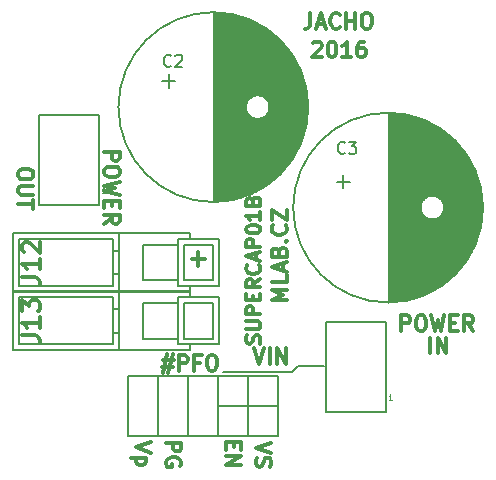
<source format=gbr>
G04 #@! TF.FileFunction,Legend,Top*
%FSLAX46Y46*%
G04 Gerber Fmt 4.6, Leading zero omitted, Abs format (unit mm)*
G04 Created by KiCad (PCBNEW (2016-09-17 revision 679eef1)-makepkg) date 09/29/16 07:02:03*
%MOMM*%
%LPD*%
G01*
G04 APERTURE LIST*
%ADD10C,0.500000*%
%ADD11C,0.200000*%
%ADD12C,0.300000*%
%ADD13C,0.150000*%
%ADD14C,0.304800*%
%ADD15C,0.050000*%
G04 APERTURE END LIST*
D10*
D11*
X25146000Y9271000D02*
X26543000Y9271000D01*
D12*
X11887904Y2799428D02*
X10587904Y2366095D01*
X11887904Y1932761D01*
X11454571Y1499428D02*
X10154571Y1499428D01*
X11392666Y1499428D02*
X11454571Y1375619D01*
X11454571Y1128000D01*
X11392666Y1004190D01*
X11330761Y942285D01*
X11206952Y880380D01*
X10835523Y880380D01*
X10711714Y942285D01*
X10649809Y1004190D01*
X10587904Y1128000D01*
X10587904Y1375619D01*
X10649809Y1499428D01*
X25584428Y36592595D02*
X25646333Y36654500D01*
X25770142Y36716404D01*
X26079666Y36716404D01*
X26203476Y36654500D01*
X26265380Y36592595D01*
X26327285Y36468785D01*
X26327285Y36344976D01*
X26265380Y36159261D01*
X25522523Y35416404D01*
X26327285Y35416404D01*
X27132047Y36716404D02*
X27255857Y36716404D01*
X27379666Y36654500D01*
X27441571Y36592595D01*
X27503476Y36468785D01*
X27565380Y36221166D01*
X27565380Y35911642D01*
X27503476Y35664023D01*
X27441571Y35540214D01*
X27379666Y35478309D01*
X27255857Y35416404D01*
X27132047Y35416404D01*
X27008238Y35478309D01*
X26946333Y35540214D01*
X26884428Y35664023D01*
X26822523Y35911642D01*
X26822523Y36221166D01*
X26884428Y36468785D01*
X26946333Y36592595D01*
X27008238Y36654500D01*
X27132047Y36716404D01*
X28803476Y35416404D02*
X28060619Y35416404D01*
X28432047Y35416404D02*
X28432047Y36716404D01*
X28308238Y36530690D01*
X28184428Y36406880D01*
X28060619Y36344976D01*
X29917761Y36716404D02*
X29670142Y36716404D01*
X29546333Y36654500D01*
X29484428Y36592595D01*
X29360619Y36406880D01*
X29298714Y36159261D01*
X29298714Y35664023D01*
X29360619Y35540214D01*
X29422523Y35478309D01*
X29546333Y35416404D01*
X29793952Y35416404D01*
X29917761Y35478309D01*
X29979666Y35540214D01*
X30041571Y35664023D01*
X30041571Y35973547D01*
X29979666Y36097357D01*
X29917761Y36159261D01*
X29793952Y36221166D01*
X29546333Y36221166D01*
X29422523Y36159261D01*
X29360619Y36097357D01*
X29298714Y35973547D01*
X25366166Y39129404D02*
X25366166Y38200833D01*
X25304261Y38015119D01*
X25180452Y37891309D01*
X24994738Y37829404D01*
X24870928Y37829404D01*
X25923309Y38200833D02*
X26542357Y38200833D01*
X25799500Y37829404D02*
X26232833Y39129404D01*
X26666166Y37829404D01*
X27842357Y37953214D02*
X27780452Y37891309D01*
X27594738Y37829404D01*
X27470928Y37829404D01*
X27285214Y37891309D01*
X27161404Y38015119D01*
X27099500Y38138928D01*
X27037595Y38386547D01*
X27037595Y38572261D01*
X27099500Y38819880D01*
X27161404Y38943690D01*
X27285214Y39067500D01*
X27470928Y39129404D01*
X27594738Y39129404D01*
X27780452Y39067500D01*
X27842357Y39005595D01*
X28399500Y37829404D02*
X28399500Y39129404D01*
X28399500Y38510357D02*
X29142357Y38510357D01*
X29142357Y37829404D02*
X29142357Y39129404D01*
X30009023Y39129404D02*
X30256642Y39129404D01*
X30380452Y39067500D01*
X30504261Y38943690D01*
X30566166Y38696071D01*
X30566166Y38262738D01*
X30504261Y38015119D01*
X30380452Y37891309D01*
X30256642Y37829404D01*
X30009023Y37829404D01*
X29885214Y37891309D01*
X29761404Y38015119D01*
X29699500Y38262738D01*
X29699500Y38696071D01*
X29761404Y38943690D01*
X29885214Y39067500D01*
X30009023Y39129404D01*
X23384595Y14860261D02*
X22084595Y14860261D01*
X23013166Y15293595D01*
X22084595Y15726928D01*
X23384595Y15726928D01*
X23384595Y16965023D02*
X23384595Y16345976D01*
X22084595Y16345976D01*
X23013166Y17336452D02*
X23013166Y17955500D01*
X23384595Y17212642D02*
X22084595Y17645976D01*
X23384595Y18079309D01*
X22703642Y18945976D02*
X22765547Y19131690D01*
X22827452Y19193595D01*
X22951261Y19255500D01*
X23136976Y19255500D01*
X23260785Y19193595D01*
X23322690Y19131690D01*
X23384595Y19007880D01*
X23384595Y18512642D01*
X22084595Y18512642D01*
X22084595Y18945976D01*
X22146500Y19069785D01*
X22208404Y19131690D01*
X22332214Y19193595D01*
X22456023Y19193595D01*
X22579833Y19131690D01*
X22641738Y19069785D01*
X22703642Y18945976D01*
X22703642Y18512642D01*
X23260785Y19812642D02*
X23322690Y19874547D01*
X23384595Y19812642D01*
X23322690Y19750738D01*
X23260785Y19812642D01*
X23384595Y19812642D01*
X23260785Y21174547D02*
X23322690Y21112642D01*
X23384595Y20926928D01*
X23384595Y20803119D01*
X23322690Y20617404D01*
X23198880Y20493595D01*
X23075071Y20431690D01*
X22827452Y20369785D01*
X22641738Y20369785D01*
X22394119Y20431690D01*
X22270309Y20493595D01*
X22146500Y20617404D01*
X22084595Y20803119D01*
X22084595Y20926928D01*
X22146500Y21112642D01*
X22208404Y21174547D01*
X22084595Y21607880D02*
X22084595Y22474547D01*
X23384595Y21607880D01*
X23384595Y22474547D01*
X21059714Y11164071D02*
X21116857Y11335500D01*
X21116857Y11621214D01*
X21059714Y11735500D01*
X21002571Y11792642D01*
X20888285Y11849785D01*
X20774000Y11849785D01*
X20659714Y11792642D01*
X20602571Y11735500D01*
X20545428Y11621214D01*
X20488285Y11392642D01*
X20431142Y11278357D01*
X20374000Y11221214D01*
X20259714Y11164071D01*
X20145428Y11164071D01*
X20031142Y11221214D01*
X19974000Y11278357D01*
X19916857Y11392642D01*
X19916857Y11678357D01*
X19974000Y11849785D01*
X19916857Y12364071D02*
X20888285Y12364071D01*
X21002571Y12421214D01*
X21059714Y12478357D01*
X21116857Y12592642D01*
X21116857Y12821214D01*
X21059714Y12935500D01*
X21002571Y12992642D01*
X20888285Y13049785D01*
X19916857Y13049785D01*
X21116857Y13621214D02*
X19916857Y13621214D01*
X19916857Y14078357D01*
X19974000Y14192642D01*
X20031142Y14249785D01*
X20145428Y14306928D01*
X20316857Y14306928D01*
X20431142Y14249785D01*
X20488285Y14192642D01*
X20545428Y14078357D01*
X20545428Y13621214D01*
X20488285Y14821214D02*
X20488285Y15221214D01*
X21116857Y15392642D02*
X21116857Y14821214D01*
X19916857Y14821214D01*
X19916857Y15392642D01*
X21116857Y16592642D02*
X20545428Y16192642D01*
X21116857Y15906928D02*
X19916857Y15906928D01*
X19916857Y16364071D01*
X19974000Y16478357D01*
X20031142Y16535500D01*
X20145428Y16592642D01*
X20316857Y16592642D01*
X20431142Y16535500D01*
X20488285Y16478357D01*
X20545428Y16364071D01*
X20545428Y15906928D01*
X21002571Y17792642D02*
X21059714Y17735500D01*
X21116857Y17564071D01*
X21116857Y17449785D01*
X21059714Y17278357D01*
X20945428Y17164071D01*
X20831142Y17106928D01*
X20602571Y17049785D01*
X20431142Y17049785D01*
X20202571Y17106928D01*
X20088285Y17164071D01*
X19974000Y17278357D01*
X19916857Y17449785D01*
X19916857Y17564071D01*
X19974000Y17735500D01*
X20031142Y17792642D01*
X20774000Y18249785D02*
X20774000Y18821214D01*
X21116857Y18135500D02*
X19916857Y18535500D01*
X21116857Y18935500D01*
X21116857Y19335500D02*
X19916857Y19335500D01*
X19916857Y19792642D01*
X19974000Y19906928D01*
X20031142Y19964071D01*
X20145428Y20021214D01*
X20316857Y20021214D01*
X20431142Y19964071D01*
X20488285Y19906928D01*
X20545428Y19792642D01*
X20545428Y19335500D01*
X19916857Y20764071D02*
X19916857Y20878357D01*
X19974000Y20992642D01*
X20031142Y21049785D01*
X20145428Y21106928D01*
X20374000Y21164071D01*
X20659714Y21164071D01*
X20888285Y21106928D01*
X21002571Y21049785D01*
X21059714Y20992642D01*
X21116857Y20878357D01*
X21116857Y20764071D01*
X21059714Y20649785D01*
X21002571Y20592642D01*
X20888285Y20535500D01*
X20659714Y20478357D01*
X20374000Y20478357D01*
X20145428Y20535500D01*
X20031142Y20592642D01*
X19974000Y20649785D01*
X19916857Y20764071D01*
X21116857Y22306928D02*
X21116857Y21621214D01*
X21116857Y21964071D02*
X19916857Y21964071D01*
X20088285Y21849785D01*
X20202571Y21735500D01*
X20259714Y21621214D01*
X20488285Y23221214D02*
X20545428Y23392642D01*
X20602571Y23449785D01*
X20716857Y23506928D01*
X20888285Y23506928D01*
X21002571Y23449785D01*
X21059714Y23392642D01*
X21116857Y23278357D01*
X21116857Y22821214D01*
X19916857Y22821214D01*
X19916857Y23221214D01*
X19974000Y23335499D01*
X20031142Y23392642D01*
X20145428Y23449785D01*
X20259714Y23449785D01*
X20374000Y23392642D01*
X20431142Y23335499D01*
X20488285Y23221214D01*
X20488285Y22821214D01*
X22047904Y2729190D02*
X20747904Y2295857D01*
X22047904Y1862523D01*
X20809809Y1491095D02*
X20747904Y1305380D01*
X20747904Y995857D01*
X20809809Y872047D01*
X20871714Y810142D01*
X20995523Y748238D01*
X21119333Y748238D01*
X21243142Y810142D01*
X21305047Y872047D01*
X21366952Y995857D01*
X21428857Y1243476D01*
X21490761Y1367285D01*
X21552666Y1429190D01*
X21676476Y1491095D01*
X21800285Y1491095D01*
X21924095Y1429190D01*
X21986000Y1367285D01*
X22047904Y1243476D01*
X22047904Y933952D01*
X21986000Y748238D01*
X18888857Y2797476D02*
X18888857Y2364142D01*
X18207904Y2178428D02*
X18207904Y2797476D01*
X19507904Y2797476D01*
X19507904Y2178428D01*
X18207904Y1621285D02*
X19507904Y1621285D01*
X18207904Y878428D01*
X19507904Y878428D01*
X35514047Y10333904D02*
X35514047Y11633904D01*
X36133095Y10333904D02*
X36133095Y11633904D01*
X36875952Y10333904D01*
X36875952Y11633904D01*
X33065619Y12238904D02*
X33065619Y13538904D01*
X33560857Y13538904D01*
X33684666Y13477000D01*
X33746571Y13415095D01*
X33808476Y13291285D01*
X33808476Y13105571D01*
X33746571Y12981761D01*
X33684666Y12919857D01*
X33560857Y12857952D01*
X33065619Y12857952D01*
X34613238Y13538904D02*
X34860857Y13538904D01*
X34984666Y13477000D01*
X35108476Y13353190D01*
X35170380Y13105571D01*
X35170380Y12672238D01*
X35108476Y12424619D01*
X34984666Y12300809D01*
X34860857Y12238904D01*
X34613238Y12238904D01*
X34489428Y12300809D01*
X34365619Y12424619D01*
X34303714Y12672238D01*
X34303714Y13105571D01*
X34365619Y13353190D01*
X34489428Y13477000D01*
X34613238Y13538904D01*
X35603714Y13538904D02*
X35913238Y12238904D01*
X36160857Y13167476D01*
X36408476Y12238904D01*
X36718000Y13538904D01*
X37213238Y12919857D02*
X37646571Y12919857D01*
X37832285Y12238904D02*
X37213238Y12238904D01*
X37213238Y13538904D01*
X37832285Y13538904D01*
X39132285Y12238904D02*
X38698952Y12857952D01*
X38389428Y12238904D02*
X38389428Y13538904D01*
X38884666Y13538904D01*
X39008476Y13477000D01*
X39070380Y13415095D01*
X39132285Y13291285D01*
X39132285Y13105571D01*
X39070380Y12981761D01*
X39008476Y12919857D01*
X38884666Y12857952D01*
X38389428Y12857952D01*
X20610690Y10744904D02*
X21044023Y9444904D01*
X21477357Y10744904D01*
X21910690Y9444904D02*
X21910690Y10744904D01*
X22529738Y9444904D02*
X22529738Y10744904D01*
X23272595Y9444904D01*
X23272595Y10744904D01*
D11*
X24320500Y9271000D02*
X25209500Y9271000D01*
X23812500Y8763000D02*
X24320500Y9271000D01*
X17970500Y8763000D02*
X23812500Y8763000D01*
D12*
X12886023Y9740071D02*
X13814595Y9740071D01*
X13257452Y10297214D02*
X12886023Y8625785D01*
X13690785Y9182928D02*
X12762214Y9182928D01*
X13319357Y8625785D02*
X13690785Y10297214D01*
X14247928Y8873404D02*
X14247928Y10173404D01*
X14743166Y10173404D01*
X14866976Y10111500D01*
X14928880Y10049595D01*
X14990785Y9925785D01*
X14990785Y9740071D01*
X14928880Y9616261D01*
X14866976Y9554357D01*
X14743166Y9492452D01*
X14247928Y9492452D01*
X15981261Y9554357D02*
X15547928Y9554357D01*
X15547928Y8873404D02*
X15547928Y10173404D01*
X16166976Y10173404D01*
X16909833Y10173404D02*
X17157452Y10173404D01*
X17281261Y10111500D01*
X17405071Y9987690D01*
X17466976Y9740071D01*
X17466976Y9306738D01*
X17405071Y9059119D01*
X17281261Y8935309D01*
X17157452Y8873404D01*
X16909833Y8873404D01*
X16786023Y8935309D01*
X16662214Y9059119D01*
X16600309Y9306738D01*
X16600309Y9740071D01*
X16662214Y9987690D01*
X16786023Y10111500D01*
X16909833Y10173404D01*
X13127904Y2768476D02*
X14427904Y2768476D01*
X14427904Y2273238D01*
X14366000Y2149428D01*
X14304095Y2087523D01*
X14180285Y2025619D01*
X13994571Y2025619D01*
X13870761Y2087523D01*
X13808857Y2149428D01*
X13746952Y2273238D01*
X13746952Y2768476D01*
X14366000Y787523D02*
X14427904Y911333D01*
X14427904Y1097047D01*
X14366000Y1282761D01*
X14242190Y1406571D01*
X14118380Y1468476D01*
X13870761Y1530380D01*
X13685047Y1530380D01*
X13437428Y1468476D01*
X13313619Y1406571D01*
X13189809Y1282761D01*
X13127904Y1097047D01*
X13127904Y973238D01*
X13189809Y787523D01*
X13251714Y725619D01*
X13685047Y725619D01*
X13685047Y973238D01*
X1918404Y25620500D02*
X1918404Y25372880D01*
X1856500Y25249071D01*
X1732690Y25125261D01*
X1485071Y25063357D01*
X1051738Y25063357D01*
X804119Y25125261D01*
X680309Y25249071D01*
X618404Y25372880D01*
X618404Y25620500D01*
X680309Y25744309D01*
X804119Y25868119D01*
X1051738Y25930023D01*
X1485071Y25930023D01*
X1732690Y25868119D01*
X1856500Y25744309D01*
X1918404Y25620500D01*
X1918404Y24506214D02*
X866023Y24506214D01*
X742214Y24444309D01*
X680309Y24382404D01*
X618404Y24258595D01*
X618404Y24010976D01*
X680309Y23887166D01*
X742214Y23825261D01*
X866023Y23763357D01*
X1918404Y23763357D01*
X1918404Y23330023D02*
X1918404Y22587166D01*
X618404Y22958595D02*
X1918404Y22958595D01*
X7920904Y27386380D02*
X9220904Y27386380D01*
X9220904Y26891142D01*
X9159000Y26767333D01*
X9097095Y26705428D01*
X8973285Y26643523D01*
X8787571Y26643523D01*
X8663761Y26705428D01*
X8601857Y26767333D01*
X8539952Y26891142D01*
X8539952Y27386380D01*
X9220904Y25838761D02*
X9220904Y25591142D01*
X9159000Y25467333D01*
X9035190Y25343523D01*
X8787571Y25281619D01*
X8354238Y25281619D01*
X8106619Y25343523D01*
X7982809Y25467333D01*
X7920904Y25591142D01*
X7920904Y25838761D01*
X7982809Y25962571D01*
X8106619Y26086380D01*
X8354238Y26148285D01*
X8787571Y26148285D01*
X9035190Y26086380D01*
X9159000Y25962571D01*
X9220904Y25838761D01*
X9220904Y24848285D02*
X7920904Y24538761D01*
X8849476Y24291142D01*
X7920904Y24043523D01*
X9220904Y23734000D01*
X8601857Y23238761D02*
X8601857Y22805428D01*
X7920904Y22619714D02*
X7920904Y23238761D01*
X9220904Y23238761D01*
X9220904Y22619714D01*
X7920904Y21319714D02*
X8539952Y21753047D01*
X7920904Y22062571D02*
X9220904Y22062571D01*
X9220904Y21567333D01*
X9159000Y21443523D01*
X9097095Y21381619D01*
X8973285Y21319714D01*
X8787571Y21319714D01*
X8663761Y21381619D01*
X8601857Y21443523D01*
X8539952Y21567333D01*
X8539952Y22062571D01*
X16446428Y18307857D02*
X15303571Y18307857D01*
X15875000Y17736428D02*
X15875000Y18879285D01*
D13*
X25186000Y31178500D02*
G75*
G03X25186000Y31178500I-8037500J0D01*
G01*
X21898500Y31178500D02*
G75*
G03X21898500Y31178500I-1000000J0D01*
G01*
X25063500Y32341500D02*
X25063500Y30015500D01*
X24923500Y33062500D02*
X24923500Y29294500D01*
X24783500Y33567500D02*
X24783500Y28789500D01*
X24643500Y33975500D02*
X24643500Y28381500D01*
X24503500Y34325500D02*
X24503500Y28031500D01*
X24363500Y34634500D02*
X24363500Y27722500D01*
X24223500Y34912500D02*
X24223500Y27444500D01*
X24083500Y35166500D02*
X24083500Y27190500D01*
X23943500Y35400500D02*
X23943500Y26956500D01*
X23803500Y35618500D02*
X23803500Y26738500D01*
X23663500Y35821500D02*
X23663500Y26535500D01*
X23523500Y36011500D02*
X23523500Y26345500D01*
X23383500Y36190500D02*
X23383500Y26166500D01*
X23243500Y36360500D02*
X23243500Y25996500D01*
X23103500Y36520500D02*
X23103500Y25836500D01*
X22963500Y36672500D02*
X22963500Y25684500D01*
X22823500Y36817500D02*
X22823500Y25539500D01*
X22683500Y36954500D02*
X22683500Y25402500D01*
X22543500Y37085500D02*
X22543500Y25271500D01*
X22403500Y37210500D02*
X22403500Y25146500D01*
X22263500Y37329500D02*
X22263500Y25027500D01*
X22123500Y37443500D02*
X22123500Y24913500D01*
X21983500Y37552500D02*
X21983500Y24804500D01*
X21843500Y30851500D02*
X21843500Y24701500D01*
X21843500Y37655500D02*
X21843500Y31505500D01*
X21703500Y30585500D02*
X21703500Y24601500D01*
X21703500Y37755500D02*
X21703500Y31771500D01*
X21563500Y30431500D02*
X21563500Y24507500D01*
X21563500Y37849500D02*
X21563500Y31925500D01*
X21423500Y30327500D02*
X21423500Y24416500D01*
X21423500Y37940500D02*
X21423500Y32029500D01*
X21283500Y30255500D02*
X21283500Y24330500D01*
X21283500Y38026500D02*
X21283500Y32101500D01*
X21143500Y30208500D02*
X21143500Y24247500D01*
X21143500Y38109500D02*
X21143500Y32148500D01*
X21003500Y30184500D02*
X21003500Y24168500D01*
X21003500Y38188500D02*
X21003500Y32172500D01*
X20863500Y30179500D02*
X20863500Y24093500D01*
X20863500Y38263500D02*
X20863500Y32177500D01*
X20723500Y30193500D02*
X20723500Y24021500D01*
X20723500Y38335500D02*
X20723500Y32163500D01*
X20583500Y30229500D02*
X20583500Y23953500D01*
X20583500Y38403500D02*
X20583500Y32127500D01*
X20443500Y30288500D02*
X20443500Y23888500D01*
X20443500Y38468500D02*
X20443500Y32068500D01*
X20303500Y30374500D02*
X20303500Y23826500D01*
X20303500Y38530500D02*
X20303500Y31982500D01*
X20163500Y30500500D02*
X20163500Y23768500D01*
X20163500Y38588500D02*
X20163500Y31856500D01*
X20023500Y30694500D02*
X20023500Y23712500D01*
X20023500Y38644500D02*
X20023500Y31662500D01*
X19883500Y38696500D02*
X19883500Y23660500D01*
X19743500Y38745500D02*
X19743500Y23611500D01*
X19603500Y38792500D02*
X19603500Y23564500D01*
X19463500Y38836500D02*
X19463500Y23520500D01*
X19323500Y38877500D02*
X19323500Y23479500D01*
X19183500Y38915500D02*
X19183500Y23441500D01*
X19043500Y38950500D02*
X19043500Y23406500D01*
X18903500Y38983500D02*
X18903500Y23373500D01*
X18763500Y39013500D02*
X18763500Y23343500D01*
X18623500Y39041500D02*
X18623500Y23315500D01*
X18483500Y39066500D02*
X18483500Y23290500D01*
X18343500Y39088500D02*
X18343500Y23268500D01*
X18203500Y39108500D02*
X18203500Y23248500D01*
X18063500Y39126500D02*
X18063500Y23230500D01*
X17923500Y39140500D02*
X17923500Y23216500D01*
X17783500Y39153500D02*
X17783500Y23203500D01*
X17643500Y39163500D02*
X17643500Y23193500D01*
X17503500Y39170500D02*
X17503500Y23186500D01*
X17363500Y39175500D02*
X17363500Y23181500D01*
X17223500Y39178500D02*
X17223500Y23178500D01*
X12446000Y3302000D02*
X9906000Y3302000D01*
X12446000Y8382000D02*
X12446000Y3302000D01*
X9906000Y8382000D02*
X12446000Y8382000D01*
X9906000Y3302000D02*
X9906000Y8382000D01*
X39981500Y22669500D02*
G75*
G03X39981500Y22669500I-8037500J0D01*
G01*
X36694000Y22669500D02*
G75*
G03X36694000Y22669500I-1000000J0D01*
G01*
X39859000Y23832500D02*
X39859000Y21506500D01*
X39719000Y24553500D02*
X39719000Y20785500D01*
X39579000Y25058500D02*
X39579000Y20280500D01*
X39439000Y25466500D02*
X39439000Y19872500D01*
X39299000Y25816500D02*
X39299000Y19522500D01*
X39159000Y26125500D02*
X39159000Y19213500D01*
X39019000Y26403500D02*
X39019000Y18935500D01*
X38879000Y26657500D02*
X38879000Y18681500D01*
X38739000Y26891500D02*
X38739000Y18447500D01*
X38599000Y27109500D02*
X38599000Y18229500D01*
X38459000Y27312500D02*
X38459000Y18026500D01*
X38319000Y27502500D02*
X38319000Y17836500D01*
X38179000Y27681500D02*
X38179000Y17657500D01*
X38039000Y27851500D02*
X38039000Y17487500D01*
X37899000Y28011500D02*
X37899000Y17327500D01*
X37759000Y28163500D02*
X37759000Y17175500D01*
X37619000Y28308500D02*
X37619000Y17030500D01*
X37479000Y28445500D02*
X37479000Y16893500D01*
X37339000Y28576500D02*
X37339000Y16762500D01*
X37199000Y28701500D02*
X37199000Y16637500D01*
X37059000Y28820500D02*
X37059000Y16518500D01*
X36919000Y28934500D02*
X36919000Y16404500D01*
X36779000Y29043500D02*
X36779000Y16295500D01*
X36639000Y22342500D02*
X36639000Y16192500D01*
X36639000Y29146500D02*
X36639000Y22996500D01*
X36499000Y22076500D02*
X36499000Y16092500D01*
X36499000Y29246500D02*
X36499000Y23262500D01*
X36359000Y21922500D02*
X36359000Y15998500D01*
X36359000Y29340500D02*
X36359000Y23416500D01*
X36219000Y21818500D02*
X36219000Y15907500D01*
X36219000Y29431500D02*
X36219000Y23520500D01*
X36079000Y21746500D02*
X36079000Y15821500D01*
X36079000Y29517500D02*
X36079000Y23592500D01*
X35939000Y21699500D02*
X35939000Y15738500D01*
X35939000Y29600500D02*
X35939000Y23639500D01*
X35799000Y21675500D02*
X35799000Y15659500D01*
X35799000Y29679500D02*
X35799000Y23663500D01*
X35659000Y21670500D02*
X35659000Y15584500D01*
X35659000Y29754500D02*
X35659000Y23668500D01*
X35519000Y21684500D02*
X35519000Y15512500D01*
X35519000Y29826500D02*
X35519000Y23654500D01*
X35379000Y21720500D02*
X35379000Y15444500D01*
X35379000Y29894500D02*
X35379000Y23618500D01*
X35239000Y21779500D02*
X35239000Y15379500D01*
X35239000Y29959500D02*
X35239000Y23559500D01*
X35099000Y21865500D02*
X35099000Y15317500D01*
X35099000Y30021500D02*
X35099000Y23473500D01*
X34959000Y21991500D02*
X34959000Y15259500D01*
X34959000Y30079500D02*
X34959000Y23347500D01*
X34819000Y22185500D02*
X34819000Y15203500D01*
X34819000Y30135500D02*
X34819000Y23153500D01*
X34679000Y30187500D02*
X34679000Y15151500D01*
X34539000Y30236500D02*
X34539000Y15102500D01*
X34399000Y30283500D02*
X34399000Y15055500D01*
X34259000Y30327500D02*
X34259000Y15011500D01*
X34119000Y30368500D02*
X34119000Y14970500D01*
X33979000Y30406500D02*
X33979000Y14932500D01*
X33839000Y30441500D02*
X33839000Y14897500D01*
X33699000Y30474500D02*
X33699000Y14864500D01*
X33559000Y30504500D02*
X33559000Y14834500D01*
X33419000Y30532500D02*
X33419000Y14806500D01*
X33279000Y30557500D02*
X33279000Y14781500D01*
X33139000Y30579500D02*
X33139000Y14759500D01*
X32999000Y30599500D02*
X32999000Y14739500D01*
X32859000Y30617500D02*
X32859000Y14721500D01*
X32719000Y30631500D02*
X32719000Y14707500D01*
X32579000Y30644500D02*
X32579000Y14694500D01*
X32439000Y30654500D02*
X32439000Y14684500D01*
X32299000Y30661500D02*
X32299000Y14677500D01*
X32159000Y30666500D02*
X32159000Y14672500D01*
X32019000Y30669500D02*
X32019000Y14669500D01*
X160000Y15581000D02*
X9160000Y15581000D01*
X9160000Y10581000D02*
X160000Y10581000D01*
X9160000Y15581000D02*
X15160000Y15581000D01*
X659900Y15081000D02*
X8659900Y15081000D01*
X11160000Y14581000D02*
X14160000Y14581000D01*
X9160000Y10581000D02*
X15160000Y10581000D01*
X659900Y11081000D02*
X8659900Y11081000D01*
X11160000Y11581000D02*
X14160000Y11581000D01*
X14160000Y15081000D02*
X17661000Y15081000D01*
X14660100Y14581000D02*
X17160000Y14581000D01*
X8659900Y14081000D02*
X9160000Y14081000D01*
X14160000Y11081000D02*
X17660100Y11081000D01*
X14660100Y11581000D02*
X17160000Y11581000D01*
X8659900Y12081000D02*
X9160000Y12081000D01*
X659900Y11081000D02*
X659900Y15081000D01*
X8659900Y15081000D02*
X8659900Y11081000D01*
X11160000Y11580900D02*
X11160000Y14581100D01*
X14160000Y15081000D02*
X14160000Y11081000D01*
X17660100Y15081000D02*
X17660100Y11081000D01*
X14660100Y11580000D02*
X14660100Y14582000D01*
X17160000Y11580000D02*
X17160000Y14582000D01*
X160000Y10580900D02*
X160000Y15581100D01*
X9160000Y10580900D02*
X9160000Y15581100D01*
X15160000Y15081000D02*
X15160000Y15581000D01*
X15160000Y10581000D02*
X15160000Y11081000D01*
X17526000Y3302000D02*
X14986000Y3302000D01*
X17526000Y8382000D02*
X17526000Y3302000D01*
X14986000Y8382000D02*
X17526000Y8382000D01*
X14986000Y3302000D02*
X14986000Y8382000D01*
X14986000Y3302000D02*
X12446000Y3302000D01*
X14986000Y8382000D02*
X14986000Y3302000D01*
X12446000Y8382000D02*
X14986000Y8382000D01*
X12446000Y3302000D02*
X12446000Y8382000D01*
X160000Y20534000D02*
X9160000Y20534000D01*
X9160000Y15534000D02*
X160000Y15534000D01*
X9160000Y20534000D02*
X15160000Y20534000D01*
X659900Y20034000D02*
X8659900Y20034000D01*
X11160000Y19534000D02*
X14160000Y19534000D01*
X9160000Y15534000D02*
X15160000Y15534000D01*
X659900Y16034000D02*
X8659900Y16034000D01*
X11160000Y16534000D02*
X14160000Y16534000D01*
X14160000Y20034000D02*
X17661000Y20034000D01*
X14660100Y19534000D02*
X17160000Y19534000D01*
X8659900Y19034000D02*
X9160000Y19034000D01*
X14160000Y16034000D02*
X17660100Y16034000D01*
X14660100Y16534000D02*
X17160000Y16534000D01*
X8659900Y17034000D02*
X9160000Y17034000D01*
X659900Y16034000D02*
X659900Y20034000D01*
X8659900Y20034000D02*
X8659900Y16034000D01*
X11160000Y16533900D02*
X11160000Y19534100D01*
X14160000Y20034000D02*
X14160000Y16034000D01*
X17660100Y20034000D02*
X17660100Y16034000D01*
X14660100Y16533000D02*
X14660100Y19535000D01*
X17160000Y16533000D02*
X17160000Y19535000D01*
X160000Y15533900D02*
X160000Y20534100D01*
X9160000Y15533900D02*
X9160000Y20534100D01*
X15160000Y20034000D02*
X15160000Y20534000D01*
X15160000Y15534000D02*
X15160000Y16034000D01*
X17526000Y3302000D02*
X17526000Y5842000D01*
X20066000Y3302000D02*
X17526000Y3302000D01*
X20066000Y5842000D02*
X20066000Y3302000D01*
X17526000Y5842000D02*
X20066000Y5842000D01*
X17526000Y5842000D02*
X17526000Y8382000D01*
X20066000Y5842000D02*
X17526000Y5842000D01*
X20066000Y8382000D02*
X20066000Y5842000D01*
X17526000Y8382000D02*
X20066000Y8382000D01*
X20066000Y5842000D02*
X20066000Y8382000D01*
X22606000Y5842000D02*
X20066000Y5842000D01*
X22606000Y8382000D02*
X22606000Y5842000D01*
X20066000Y8382000D02*
X22606000Y8382000D01*
X20066000Y3302000D02*
X20066000Y5842000D01*
X22606000Y3302000D02*
X20066000Y3302000D01*
X22606000Y5842000D02*
X22606000Y3302000D01*
X20066000Y5842000D02*
X22606000Y5842000D01*
X31750000Y12954000D02*
X31750000Y5334000D01*
X26670000Y12954000D02*
X31750000Y12954000D01*
X26670000Y5334000D02*
X26670000Y12954000D01*
X31750000Y5334000D02*
X26670000Y5334000D01*
X7493000Y30480000D02*
X7493000Y22860000D01*
X2413000Y30480000D02*
X7493000Y30480000D01*
X2413000Y22860000D02*
X2413000Y30480000D01*
X7493000Y22860000D02*
X2413000Y22860000D01*
X13549333Y34694857D02*
X13501714Y34647238D01*
X13358857Y34599619D01*
X13263619Y34599619D01*
X13120761Y34647238D01*
X13025523Y34742476D01*
X12977904Y34837714D01*
X12930285Y35028190D01*
X12930285Y35171047D01*
X12977904Y35361523D01*
X13025523Y35456761D01*
X13120761Y35552000D01*
X13263619Y35599619D01*
X13358857Y35599619D01*
X13501714Y35552000D01*
X13549333Y35504380D01*
X13930285Y35504380D02*
X13977904Y35552000D01*
X14073142Y35599619D01*
X14311238Y35599619D01*
X14406476Y35552000D01*
X14454095Y35504380D01*
X14501714Y35409142D01*
X14501714Y35313904D01*
X14454095Y35171047D01*
X13882666Y34599619D01*
X14501714Y34599619D01*
X12788971Y33382757D02*
X13931828Y33382757D01*
X13360400Y32811328D02*
X13360400Y33954185D01*
X28281333Y27328857D02*
X28233714Y27281238D01*
X28090857Y27233619D01*
X27995619Y27233619D01*
X27852761Y27281238D01*
X27757523Y27376476D01*
X27709904Y27471714D01*
X27662285Y27662190D01*
X27662285Y27805047D01*
X27709904Y27995523D01*
X27757523Y28090761D01*
X27852761Y28186000D01*
X27995619Y28233619D01*
X28090857Y28233619D01*
X28233714Y28186000D01*
X28281333Y28138380D01*
X28614666Y28233619D02*
X29233714Y28233619D01*
X28900380Y27852666D01*
X29043238Y27852666D01*
X29138476Y27805047D01*
X29186095Y27757428D01*
X29233714Y27662190D01*
X29233714Y27424095D01*
X29186095Y27328857D01*
X29138476Y27281238D01*
X29043238Y27233619D01*
X28757523Y27233619D01*
X28662285Y27281238D01*
X28614666Y27328857D01*
X27584471Y24873757D02*
X28727328Y24873757D01*
X28155900Y24302328D02*
X28155900Y25445185D01*
D14*
X943428Y11847285D02*
X2032000Y11847285D01*
X2249714Y11774714D01*
X2394857Y11629571D01*
X2467428Y11411857D01*
X2467428Y11266714D01*
X2467428Y13371285D02*
X2467428Y12500428D01*
X2467428Y12935857D02*
X943428Y12935857D01*
X1161142Y12790714D01*
X1306285Y12645571D01*
X1378857Y12500428D01*
X943428Y13879285D02*
X943428Y14822714D01*
X1524000Y14314714D01*
X1524000Y14532428D01*
X1596571Y14677571D01*
X1669142Y14750142D01*
X1814285Y14822714D01*
X2177142Y14822714D01*
X2322285Y14750142D01*
X2394857Y14677571D01*
X2467428Y14532428D01*
X2467428Y14097000D01*
X2394857Y13951857D01*
X2322285Y13879285D01*
X943428Y16800285D02*
X2032000Y16800285D01*
X2249714Y16727714D01*
X2394857Y16582571D01*
X2467428Y16364857D01*
X2467428Y16219714D01*
X2467428Y18324285D02*
X2467428Y17453428D01*
X2467428Y17888857D02*
X943428Y17888857D01*
X1161142Y17743714D01*
X1306285Y17598571D01*
X1378857Y17453428D01*
X1088571Y18904857D02*
X1016000Y18977428D01*
X943428Y19122571D01*
X943428Y19485428D01*
X1016000Y19630571D01*
X1088571Y19703142D01*
X1233714Y19775714D01*
X1378857Y19775714D01*
X1596571Y19703142D01*
X2467428Y18832285D01*
X2467428Y19775714D01*
D15*
X32273857Y6377809D02*
X31988142Y6377809D01*
X32131000Y6377809D02*
X32131000Y6877809D01*
X32083380Y6806380D01*
X32035761Y6758761D01*
X31988142Y6734952D01*
X8016857Y23903809D02*
X7731142Y23903809D01*
X7874000Y23903809D02*
X7874000Y24403809D01*
X7826380Y24332380D01*
X7778761Y24284761D01*
X7731142Y24260952D01*
M02*

</source>
